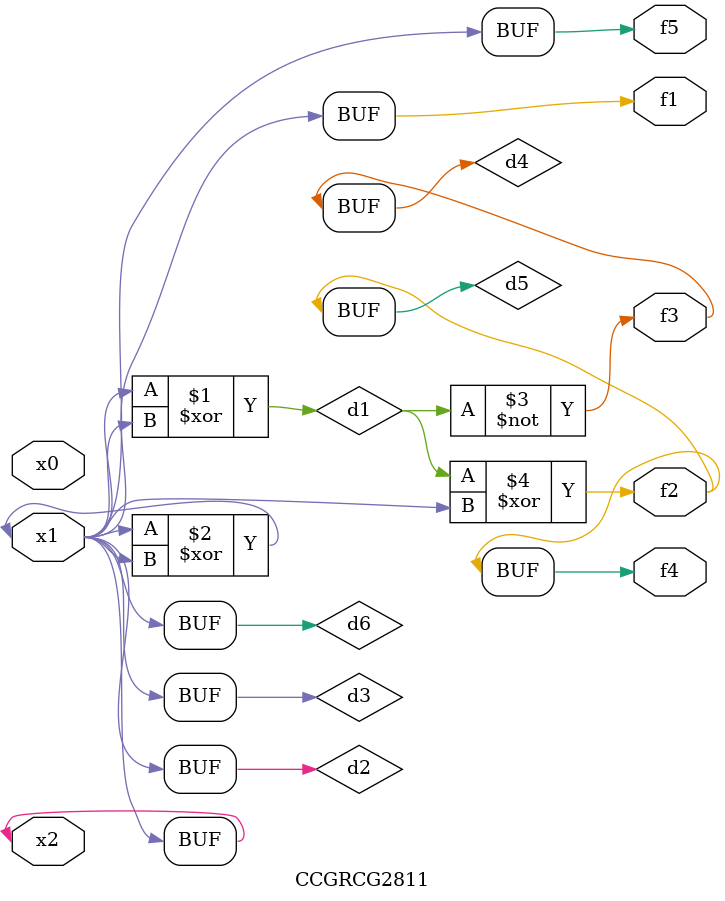
<source format=v>
module CCGRCG2811(
	input x0, x1, x2,
	output f1, f2, f3, f4, f5
);

	wire d1, d2, d3, d4, d5, d6;

	xor (d1, x1, x2);
	buf (d2, x1, x2);
	xor (d3, x1, x2);
	nor (d4, d1);
	xor (d5, d1, d2);
	buf (d6, d2, d3);
	assign f1 = d6;
	assign f2 = d5;
	assign f3 = d4;
	assign f4 = d5;
	assign f5 = d6;
endmodule

</source>
